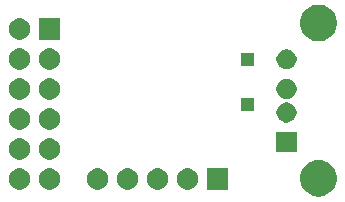
<source format=gbr>
G04 #@! TF.GenerationSoftware,KiCad,Pcbnew,5.1.6-c6e7f7d~86~ubuntu18.04.1*
G04 #@! TF.CreationDate,2021-05-10T21:06:11-07:00*
G04 #@! TF.ProjectId,usb_host_pmod,7573625f-686f-4737-945f-706d6f642e6b,rev?*
G04 #@! TF.SameCoordinates,Original*
G04 #@! TF.FileFunction,Soldermask,Bot*
G04 #@! TF.FilePolarity,Negative*
%FSLAX46Y46*%
G04 Gerber Fmt 4.6, Leading zero omitted, Abs format (unit mm)*
G04 Created by KiCad (PCBNEW 5.1.6-c6e7f7d~86~ubuntu18.04.1) date 2021-05-10 21:06:11*
%MOMM*%
%LPD*%
G01*
G04 APERTURE LIST*
%ADD10C,0.100000*%
G04 APERTURE END LIST*
D10*
G36*
X109438585Y-105090802D02*
G01*
X109588410Y-105120604D01*
X109870674Y-105237521D01*
X110124705Y-105407259D01*
X110340741Y-105623295D01*
X110510479Y-105877326D01*
X110627396Y-106159590D01*
X110687000Y-106459240D01*
X110687000Y-106764760D01*
X110627396Y-107064410D01*
X110510479Y-107346674D01*
X110340741Y-107600705D01*
X110124705Y-107816741D01*
X109870674Y-107986479D01*
X109588410Y-108103396D01*
X109438585Y-108133198D01*
X109288761Y-108163000D01*
X108983239Y-108163000D01*
X108833415Y-108133198D01*
X108683590Y-108103396D01*
X108401326Y-107986479D01*
X108147295Y-107816741D01*
X107931259Y-107600705D01*
X107761521Y-107346674D01*
X107644604Y-107064410D01*
X107585000Y-106764760D01*
X107585000Y-106459240D01*
X107644604Y-106159590D01*
X107761521Y-105877326D01*
X107931259Y-105623295D01*
X108147295Y-105407259D01*
X108401326Y-105237521D01*
X108683590Y-105120604D01*
X108833415Y-105090802D01*
X108983239Y-105061000D01*
X109288761Y-105061000D01*
X109438585Y-105090802D01*
G37*
G36*
X101485000Y-107581000D02*
G01*
X99683000Y-107581000D01*
X99683000Y-105779000D01*
X101485000Y-105779000D01*
X101485000Y-107581000D01*
G37*
G36*
X90537512Y-105783927D02*
G01*
X90686812Y-105813624D01*
X90850784Y-105881544D01*
X90998354Y-105980147D01*
X91123853Y-106105646D01*
X91222456Y-106253216D01*
X91290376Y-106417188D01*
X91325000Y-106591259D01*
X91325000Y-106768741D01*
X91290376Y-106942812D01*
X91222456Y-107106784D01*
X91123853Y-107254354D01*
X90998354Y-107379853D01*
X90850784Y-107478456D01*
X90686812Y-107546376D01*
X90537512Y-107576073D01*
X90512742Y-107581000D01*
X90335258Y-107581000D01*
X90310488Y-107576073D01*
X90161188Y-107546376D01*
X89997216Y-107478456D01*
X89849646Y-107379853D01*
X89724147Y-107254354D01*
X89625544Y-107106784D01*
X89557624Y-106942812D01*
X89523000Y-106768741D01*
X89523000Y-106591259D01*
X89557624Y-106417188D01*
X89625544Y-106253216D01*
X89724147Y-106105646D01*
X89849646Y-105980147D01*
X89997216Y-105881544D01*
X90161188Y-105813624D01*
X90310488Y-105783927D01*
X90335258Y-105779000D01*
X90512742Y-105779000D01*
X90537512Y-105783927D01*
G37*
G36*
X93077512Y-105783927D02*
G01*
X93226812Y-105813624D01*
X93390784Y-105881544D01*
X93538354Y-105980147D01*
X93663853Y-106105646D01*
X93762456Y-106253216D01*
X93830376Y-106417188D01*
X93865000Y-106591259D01*
X93865000Y-106768741D01*
X93830376Y-106942812D01*
X93762456Y-107106784D01*
X93663853Y-107254354D01*
X93538354Y-107379853D01*
X93390784Y-107478456D01*
X93226812Y-107546376D01*
X93077512Y-107576073D01*
X93052742Y-107581000D01*
X92875258Y-107581000D01*
X92850488Y-107576073D01*
X92701188Y-107546376D01*
X92537216Y-107478456D01*
X92389646Y-107379853D01*
X92264147Y-107254354D01*
X92165544Y-107106784D01*
X92097624Y-106942812D01*
X92063000Y-106768741D01*
X92063000Y-106591259D01*
X92097624Y-106417188D01*
X92165544Y-106253216D01*
X92264147Y-106105646D01*
X92389646Y-105980147D01*
X92537216Y-105881544D01*
X92701188Y-105813624D01*
X92850488Y-105783927D01*
X92875258Y-105779000D01*
X93052742Y-105779000D01*
X93077512Y-105783927D01*
G37*
G36*
X95617512Y-105783927D02*
G01*
X95766812Y-105813624D01*
X95930784Y-105881544D01*
X96078354Y-105980147D01*
X96203853Y-106105646D01*
X96302456Y-106253216D01*
X96370376Y-106417188D01*
X96405000Y-106591259D01*
X96405000Y-106768741D01*
X96370376Y-106942812D01*
X96302456Y-107106784D01*
X96203853Y-107254354D01*
X96078354Y-107379853D01*
X95930784Y-107478456D01*
X95766812Y-107546376D01*
X95617512Y-107576073D01*
X95592742Y-107581000D01*
X95415258Y-107581000D01*
X95390488Y-107576073D01*
X95241188Y-107546376D01*
X95077216Y-107478456D01*
X94929646Y-107379853D01*
X94804147Y-107254354D01*
X94705544Y-107106784D01*
X94637624Y-106942812D01*
X94603000Y-106768741D01*
X94603000Y-106591259D01*
X94637624Y-106417188D01*
X94705544Y-106253216D01*
X94804147Y-106105646D01*
X94929646Y-105980147D01*
X95077216Y-105881544D01*
X95241188Y-105813624D01*
X95390488Y-105783927D01*
X95415258Y-105779000D01*
X95592742Y-105779000D01*
X95617512Y-105783927D01*
G37*
G36*
X98157512Y-105783927D02*
G01*
X98306812Y-105813624D01*
X98470784Y-105881544D01*
X98618354Y-105980147D01*
X98743853Y-106105646D01*
X98842456Y-106253216D01*
X98910376Y-106417188D01*
X98945000Y-106591259D01*
X98945000Y-106768741D01*
X98910376Y-106942812D01*
X98842456Y-107106784D01*
X98743853Y-107254354D01*
X98618354Y-107379853D01*
X98470784Y-107478456D01*
X98306812Y-107546376D01*
X98157512Y-107576073D01*
X98132742Y-107581000D01*
X97955258Y-107581000D01*
X97930488Y-107576073D01*
X97781188Y-107546376D01*
X97617216Y-107478456D01*
X97469646Y-107379853D01*
X97344147Y-107254354D01*
X97245544Y-107106784D01*
X97177624Y-106942812D01*
X97143000Y-106768741D01*
X97143000Y-106591259D01*
X97177624Y-106417188D01*
X97245544Y-106253216D01*
X97344147Y-106105646D01*
X97469646Y-105980147D01*
X97617216Y-105881544D01*
X97781188Y-105813624D01*
X97930488Y-105783927D01*
X97955258Y-105779000D01*
X98132742Y-105779000D01*
X98157512Y-105783927D01*
G37*
G36*
X83933512Y-105783927D02*
G01*
X84082812Y-105813624D01*
X84246784Y-105881544D01*
X84394354Y-105980147D01*
X84519853Y-106105646D01*
X84618456Y-106253216D01*
X84686376Y-106417188D01*
X84721000Y-106591259D01*
X84721000Y-106768741D01*
X84686376Y-106942812D01*
X84618456Y-107106784D01*
X84519853Y-107254354D01*
X84394354Y-107379853D01*
X84246784Y-107478456D01*
X84082812Y-107546376D01*
X83933512Y-107576073D01*
X83908742Y-107581000D01*
X83731258Y-107581000D01*
X83706488Y-107576073D01*
X83557188Y-107546376D01*
X83393216Y-107478456D01*
X83245646Y-107379853D01*
X83120147Y-107254354D01*
X83021544Y-107106784D01*
X82953624Y-106942812D01*
X82919000Y-106768741D01*
X82919000Y-106591259D01*
X82953624Y-106417188D01*
X83021544Y-106253216D01*
X83120147Y-106105646D01*
X83245646Y-105980147D01*
X83393216Y-105881544D01*
X83557188Y-105813624D01*
X83706488Y-105783927D01*
X83731258Y-105779000D01*
X83908742Y-105779000D01*
X83933512Y-105783927D01*
G37*
G36*
X86473512Y-105783927D02*
G01*
X86622812Y-105813624D01*
X86786784Y-105881544D01*
X86934354Y-105980147D01*
X87059853Y-106105646D01*
X87158456Y-106253216D01*
X87226376Y-106417188D01*
X87261000Y-106591259D01*
X87261000Y-106768741D01*
X87226376Y-106942812D01*
X87158456Y-107106784D01*
X87059853Y-107254354D01*
X86934354Y-107379853D01*
X86786784Y-107478456D01*
X86622812Y-107546376D01*
X86473512Y-107576073D01*
X86448742Y-107581000D01*
X86271258Y-107581000D01*
X86246488Y-107576073D01*
X86097188Y-107546376D01*
X85933216Y-107478456D01*
X85785646Y-107379853D01*
X85660147Y-107254354D01*
X85561544Y-107106784D01*
X85493624Y-106942812D01*
X85459000Y-106768741D01*
X85459000Y-106591259D01*
X85493624Y-106417188D01*
X85561544Y-106253216D01*
X85660147Y-106105646D01*
X85785646Y-105980147D01*
X85933216Y-105881544D01*
X86097188Y-105813624D01*
X86246488Y-105783927D01*
X86271258Y-105779000D01*
X86448742Y-105779000D01*
X86473512Y-105783927D01*
G37*
G36*
X86473512Y-103243927D02*
G01*
X86622812Y-103273624D01*
X86786784Y-103341544D01*
X86934354Y-103440147D01*
X87059853Y-103565646D01*
X87158456Y-103713216D01*
X87226376Y-103877188D01*
X87261000Y-104051259D01*
X87261000Y-104228741D01*
X87226376Y-104402812D01*
X87158456Y-104566784D01*
X87059853Y-104714354D01*
X86934354Y-104839853D01*
X86786784Y-104938456D01*
X86622812Y-105006376D01*
X86473512Y-105036073D01*
X86448742Y-105041000D01*
X86271258Y-105041000D01*
X86246488Y-105036073D01*
X86097188Y-105006376D01*
X85933216Y-104938456D01*
X85785646Y-104839853D01*
X85660147Y-104714354D01*
X85561544Y-104566784D01*
X85493624Y-104402812D01*
X85459000Y-104228741D01*
X85459000Y-104051259D01*
X85493624Y-103877188D01*
X85561544Y-103713216D01*
X85660147Y-103565646D01*
X85785646Y-103440147D01*
X85933216Y-103341544D01*
X86097188Y-103273624D01*
X86246488Y-103243927D01*
X86271258Y-103239000D01*
X86448742Y-103239000D01*
X86473512Y-103243927D01*
G37*
G36*
X83933512Y-103243927D02*
G01*
X84082812Y-103273624D01*
X84246784Y-103341544D01*
X84394354Y-103440147D01*
X84519853Y-103565646D01*
X84618456Y-103713216D01*
X84686376Y-103877188D01*
X84721000Y-104051259D01*
X84721000Y-104228741D01*
X84686376Y-104402812D01*
X84618456Y-104566784D01*
X84519853Y-104714354D01*
X84394354Y-104839853D01*
X84246784Y-104938456D01*
X84082812Y-105006376D01*
X83933512Y-105036073D01*
X83908742Y-105041000D01*
X83731258Y-105041000D01*
X83706488Y-105036073D01*
X83557188Y-105006376D01*
X83393216Y-104938456D01*
X83245646Y-104839853D01*
X83120147Y-104714354D01*
X83021544Y-104566784D01*
X82953624Y-104402812D01*
X82919000Y-104228741D01*
X82919000Y-104051259D01*
X82953624Y-103877188D01*
X83021544Y-103713216D01*
X83120147Y-103565646D01*
X83245646Y-103440147D01*
X83393216Y-103341544D01*
X83557188Y-103273624D01*
X83706488Y-103243927D01*
X83731258Y-103239000D01*
X83908742Y-103239000D01*
X83933512Y-103243927D01*
G37*
G36*
X107277000Y-104393000D02*
G01*
X105575000Y-104393000D01*
X105575000Y-102691000D01*
X107277000Y-102691000D01*
X107277000Y-104393000D01*
G37*
G36*
X83933512Y-100703927D02*
G01*
X84082812Y-100733624D01*
X84246784Y-100801544D01*
X84394354Y-100900147D01*
X84519853Y-101025646D01*
X84618456Y-101173216D01*
X84686376Y-101337188D01*
X84721000Y-101511259D01*
X84721000Y-101688741D01*
X84686376Y-101862812D01*
X84618456Y-102026784D01*
X84519853Y-102174354D01*
X84394354Y-102299853D01*
X84246784Y-102398456D01*
X84082812Y-102466376D01*
X83933512Y-102496073D01*
X83908742Y-102501000D01*
X83731258Y-102501000D01*
X83706488Y-102496073D01*
X83557188Y-102466376D01*
X83393216Y-102398456D01*
X83245646Y-102299853D01*
X83120147Y-102174354D01*
X83021544Y-102026784D01*
X82953624Y-101862812D01*
X82919000Y-101688741D01*
X82919000Y-101511259D01*
X82953624Y-101337188D01*
X83021544Y-101173216D01*
X83120147Y-101025646D01*
X83245646Y-100900147D01*
X83393216Y-100801544D01*
X83557188Y-100733624D01*
X83706488Y-100703927D01*
X83731258Y-100699000D01*
X83908742Y-100699000D01*
X83933512Y-100703927D01*
G37*
G36*
X86473512Y-100703927D02*
G01*
X86622812Y-100733624D01*
X86786784Y-100801544D01*
X86934354Y-100900147D01*
X87059853Y-101025646D01*
X87158456Y-101173216D01*
X87226376Y-101337188D01*
X87261000Y-101511259D01*
X87261000Y-101688741D01*
X87226376Y-101862812D01*
X87158456Y-102026784D01*
X87059853Y-102174354D01*
X86934354Y-102299853D01*
X86786784Y-102398456D01*
X86622812Y-102466376D01*
X86473512Y-102496073D01*
X86448742Y-102501000D01*
X86271258Y-102501000D01*
X86246488Y-102496073D01*
X86097188Y-102466376D01*
X85933216Y-102398456D01*
X85785646Y-102299853D01*
X85660147Y-102174354D01*
X85561544Y-102026784D01*
X85493624Y-101862812D01*
X85459000Y-101688741D01*
X85459000Y-101511259D01*
X85493624Y-101337188D01*
X85561544Y-101173216D01*
X85660147Y-101025646D01*
X85785646Y-100900147D01*
X85933216Y-100801544D01*
X86097188Y-100733624D01*
X86246488Y-100703927D01*
X86271258Y-100699000D01*
X86448742Y-100699000D01*
X86473512Y-100703927D01*
G37*
G36*
X106674228Y-100223703D02*
G01*
X106829100Y-100287853D01*
X106968481Y-100380985D01*
X107087015Y-100499519D01*
X107180147Y-100638900D01*
X107244297Y-100793772D01*
X107277000Y-100958184D01*
X107277000Y-101125816D01*
X107244297Y-101290228D01*
X107180147Y-101445100D01*
X107087015Y-101584481D01*
X106968481Y-101703015D01*
X106829100Y-101796147D01*
X106674228Y-101860297D01*
X106509816Y-101893000D01*
X106342184Y-101893000D01*
X106177772Y-101860297D01*
X106022900Y-101796147D01*
X105883519Y-101703015D01*
X105764985Y-101584481D01*
X105671853Y-101445100D01*
X105607703Y-101290228D01*
X105575000Y-101125816D01*
X105575000Y-100958184D01*
X105607703Y-100793772D01*
X105671853Y-100638900D01*
X105764985Y-100499519D01*
X105883519Y-100380985D01*
X106022900Y-100287853D01*
X106177772Y-100223703D01*
X106342184Y-100191000D01*
X106509816Y-100191000D01*
X106674228Y-100223703D01*
G37*
G36*
X103675000Y-100881000D02*
G01*
X102573000Y-100881000D01*
X102573000Y-99779000D01*
X103675000Y-99779000D01*
X103675000Y-100881000D01*
G37*
G36*
X86473512Y-98163927D02*
G01*
X86622812Y-98193624D01*
X86786784Y-98261544D01*
X86934354Y-98360147D01*
X87059853Y-98485646D01*
X87158456Y-98633216D01*
X87226376Y-98797188D01*
X87256073Y-98946488D01*
X87258400Y-98958185D01*
X87261000Y-98971259D01*
X87261000Y-99148741D01*
X87226376Y-99322812D01*
X87158456Y-99486784D01*
X87059853Y-99634354D01*
X86934354Y-99759853D01*
X86786784Y-99858456D01*
X86622812Y-99926376D01*
X86473512Y-99956073D01*
X86448742Y-99961000D01*
X86271258Y-99961000D01*
X86246488Y-99956073D01*
X86097188Y-99926376D01*
X85933216Y-99858456D01*
X85785646Y-99759853D01*
X85660147Y-99634354D01*
X85561544Y-99486784D01*
X85493624Y-99322812D01*
X85459000Y-99148741D01*
X85459000Y-98971259D01*
X85461601Y-98958185D01*
X85463927Y-98946488D01*
X85493624Y-98797188D01*
X85561544Y-98633216D01*
X85660147Y-98485646D01*
X85785646Y-98360147D01*
X85933216Y-98261544D01*
X86097188Y-98193624D01*
X86246488Y-98163927D01*
X86271258Y-98159000D01*
X86448742Y-98159000D01*
X86473512Y-98163927D01*
G37*
G36*
X83933512Y-98163927D02*
G01*
X84082812Y-98193624D01*
X84246784Y-98261544D01*
X84394354Y-98360147D01*
X84519853Y-98485646D01*
X84618456Y-98633216D01*
X84686376Y-98797188D01*
X84716073Y-98946488D01*
X84718400Y-98958185D01*
X84721000Y-98971259D01*
X84721000Y-99148741D01*
X84686376Y-99322812D01*
X84618456Y-99486784D01*
X84519853Y-99634354D01*
X84394354Y-99759853D01*
X84246784Y-99858456D01*
X84082812Y-99926376D01*
X83933512Y-99956073D01*
X83908742Y-99961000D01*
X83731258Y-99961000D01*
X83706488Y-99956073D01*
X83557188Y-99926376D01*
X83393216Y-99858456D01*
X83245646Y-99759853D01*
X83120147Y-99634354D01*
X83021544Y-99486784D01*
X82953624Y-99322812D01*
X82919000Y-99148741D01*
X82919000Y-98971259D01*
X82921601Y-98958185D01*
X82923927Y-98946488D01*
X82953624Y-98797188D01*
X83021544Y-98633216D01*
X83120147Y-98485646D01*
X83245646Y-98360147D01*
X83393216Y-98261544D01*
X83557188Y-98193624D01*
X83706488Y-98163927D01*
X83731258Y-98159000D01*
X83908742Y-98159000D01*
X83933512Y-98163927D01*
G37*
G36*
X106674228Y-98223703D02*
G01*
X106829100Y-98287853D01*
X106968481Y-98380985D01*
X107087015Y-98499519D01*
X107180147Y-98638900D01*
X107244297Y-98793772D01*
X107277000Y-98958184D01*
X107277000Y-99125816D01*
X107244297Y-99290228D01*
X107180147Y-99445100D01*
X107087015Y-99584481D01*
X106968481Y-99703015D01*
X106829100Y-99796147D01*
X106674228Y-99860297D01*
X106509816Y-99893000D01*
X106342184Y-99893000D01*
X106177772Y-99860297D01*
X106022900Y-99796147D01*
X105883519Y-99703015D01*
X105764985Y-99584481D01*
X105671853Y-99445100D01*
X105607703Y-99290228D01*
X105575000Y-99125816D01*
X105575000Y-98958184D01*
X105607703Y-98793772D01*
X105671853Y-98638900D01*
X105764985Y-98499519D01*
X105883519Y-98380985D01*
X106022900Y-98287853D01*
X106177772Y-98223703D01*
X106342184Y-98191000D01*
X106509816Y-98191000D01*
X106674228Y-98223703D01*
G37*
G36*
X83933512Y-95623927D02*
G01*
X84082812Y-95653624D01*
X84246784Y-95721544D01*
X84394354Y-95820147D01*
X84519853Y-95945646D01*
X84618456Y-96093216D01*
X84686376Y-96257188D01*
X84721000Y-96431259D01*
X84721000Y-96608741D01*
X84686376Y-96782812D01*
X84618456Y-96946784D01*
X84519853Y-97094354D01*
X84394354Y-97219853D01*
X84246784Y-97318456D01*
X84082812Y-97386376D01*
X83933512Y-97416073D01*
X83908742Y-97421000D01*
X83731258Y-97421000D01*
X83706488Y-97416073D01*
X83557188Y-97386376D01*
X83393216Y-97318456D01*
X83245646Y-97219853D01*
X83120147Y-97094354D01*
X83021544Y-96946784D01*
X82953624Y-96782812D01*
X82919000Y-96608741D01*
X82919000Y-96431259D01*
X82953624Y-96257188D01*
X83021544Y-96093216D01*
X83120147Y-95945646D01*
X83245646Y-95820147D01*
X83393216Y-95721544D01*
X83557188Y-95653624D01*
X83706488Y-95623927D01*
X83731258Y-95619000D01*
X83908742Y-95619000D01*
X83933512Y-95623927D01*
G37*
G36*
X86473512Y-95623927D02*
G01*
X86622812Y-95653624D01*
X86786784Y-95721544D01*
X86934354Y-95820147D01*
X87059853Y-95945646D01*
X87158456Y-96093216D01*
X87226376Y-96257188D01*
X87261000Y-96431259D01*
X87261000Y-96608741D01*
X87226376Y-96782812D01*
X87158456Y-96946784D01*
X87059853Y-97094354D01*
X86934354Y-97219853D01*
X86786784Y-97318456D01*
X86622812Y-97386376D01*
X86473512Y-97416073D01*
X86448742Y-97421000D01*
X86271258Y-97421000D01*
X86246488Y-97416073D01*
X86097188Y-97386376D01*
X85933216Y-97318456D01*
X85785646Y-97219853D01*
X85660147Y-97094354D01*
X85561544Y-96946784D01*
X85493624Y-96782812D01*
X85459000Y-96608741D01*
X85459000Y-96431259D01*
X85493624Y-96257188D01*
X85561544Y-96093216D01*
X85660147Y-95945646D01*
X85785646Y-95820147D01*
X85933216Y-95721544D01*
X86097188Y-95653624D01*
X86246488Y-95623927D01*
X86271258Y-95619000D01*
X86448742Y-95619000D01*
X86473512Y-95623927D01*
G37*
G36*
X106674228Y-95723703D02*
G01*
X106829100Y-95787853D01*
X106968481Y-95880985D01*
X107087015Y-95999519D01*
X107180147Y-96138900D01*
X107244297Y-96293772D01*
X107277000Y-96458184D01*
X107277000Y-96625816D01*
X107244297Y-96790228D01*
X107180147Y-96945100D01*
X107087015Y-97084481D01*
X106968481Y-97203015D01*
X106829100Y-97296147D01*
X106674228Y-97360297D01*
X106509816Y-97393000D01*
X106342184Y-97393000D01*
X106177772Y-97360297D01*
X106022900Y-97296147D01*
X105883519Y-97203015D01*
X105764985Y-97084481D01*
X105671853Y-96945100D01*
X105607703Y-96790228D01*
X105575000Y-96625816D01*
X105575000Y-96458184D01*
X105607703Y-96293772D01*
X105671853Y-96138900D01*
X105764985Y-95999519D01*
X105883519Y-95880985D01*
X106022900Y-95787853D01*
X106177772Y-95723703D01*
X106342184Y-95691000D01*
X106509816Y-95691000D01*
X106674228Y-95723703D01*
G37*
G36*
X103675000Y-97071000D02*
G01*
X102573000Y-97071000D01*
X102573000Y-95969000D01*
X103675000Y-95969000D01*
X103675000Y-97071000D01*
G37*
G36*
X109438585Y-91950802D02*
G01*
X109588410Y-91980604D01*
X109870674Y-92097521D01*
X110124705Y-92267259D01*
X110340741Y-92483295D01*
X110510479Y-92737326D01*
X110627396Y-93019590D01*
X110687000Y-93319240D01*
X110687000Y-93624760D01*
X110627396Y-93924410D01*
X110510479Y-94206674D01*
X110340741Y-94460705D01*
X110124705Y-94676741D01*
X109870674Y-94846479D01*
X109588410Y-94963396D01*
X109438585Y-94993198D01*
X109288761Y-95023000D01*
X108983239Y-95023000D01*
X108833415Y-94993198D01*
X108683590Y-94963396D01*
X108401326Y-94846479D01*
X108147295Y-94676741D01*
X107931259Y-94460705D01*
X107761521Y-94206674D01*
X107644604Y-93924410D01*
X107585000Y-93624760D01*
X107585000Y-93319240D01*
X107644604Y-93019590D01*
X107761521Y-92737326D01*
X107931259Y-92483295D01*
X108147295Y-92267259D01*
X108401326Y-92097521D01*
X108683590Y-91980604D01*
X108833415Y-91950802D01*
X108983239Y-91921000D01*
X109288761Y-91921000D01*
X109438585Y-91950802D01*
G37*
G36*
X83933512Y-93083927D02*
G01*
X84082812Y-93113624D01*
X84246784Y-93181544D01*
X84394354Y-93280147D01*
X84519853Y-93405646D01*
X84618456Y-93553216D01*
X84686376Y-93717188D01*
X84721000Y-93891259D01*
X84721000Y-94068741D01*
X84686376Y-94242812D01*
X84618456Y-94406784D01*
X84519853Y-94554354D01*
X84394354Y-94679853D01*
X84246784Y-94778456D01*
X84082812Y-94846376D01*
X83933512Y-94876073D01*
X83908742Y-94881000D01*
X83731258Y-94881000D01*
X83706488Y-94876073D01*
X83557188Y-94846376D01*
X83393216Y-94778456D01*
X83245646Y-94679853D01*
X83120147Y-94554354D01*
X83021544Y-94406784D01*
X82953624Y-94242812D01*
X82919000Y-94068741D01*
X82919000Y-93891259D01*
X82953624Y-93717188D01*
X83021544Y-93553216D01*
X83120147Y-93405646D01*
X83245646Y-93280147D01*
X83393216Y-93181544D01*
X83557188Y-93113624D01*
X83706488Y-93083927D01*
X83731258Y-93079000D01*
X83908742Y-93079000D01*
X83933512Y-93083927D01*
G37*
G36*
X87261000Y-94881000D02*
G01*
X85459000Y-94881000D01*
X85459000Y-93079000D01*
X87261000Y-93079000D01*
X87261000Y-94881000D01*
G37*
M02*

</source>
